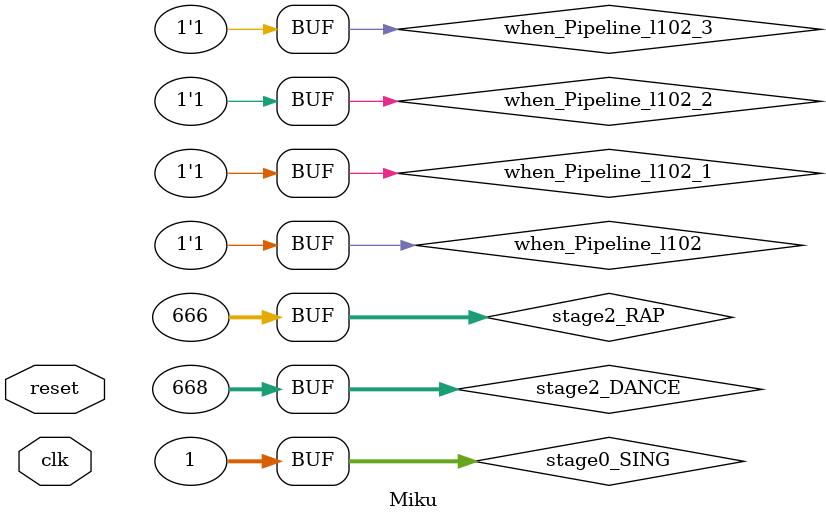
<source format=sv>

`timescale 1ns/1ps 
module Miku (
  input               clk,
  input               reset
);

  wire       [31:0]   stage3_DANCE;
  wire       [31:0]   stage2_DANCE;
  wire       [31:0]   stage0_SING;
  wire       [31:0]   stage3_RAP;
  wire       [31:0]   stage4_DANCE;
  wire       [31:0]   stage2_RAP;
  wire       [31:0]   stage1_SING;
  wire       [31:0]   stage1_SingPlugin_aha;
  wire       [31:0]   stage3_RapPlugin_rap;
  wire                when_Pipeline_l102;
  reg        [31:0]   stage0_to_stage1_SING_r;
  wire                when_Pipeline_l102_1;
  reg        [31:0]   stage2_to_stage3_DANCE_r;
  wire                when_Pipeline_l102_2;
  reg        [31:0]   stage3_to_stage4_DANCE_r;
  wire                when_Pipeline_l102_3;
  reg        [31:0]   stage2_to_stage3_RAP_r;

  assign stage3_DANCE = stage2_to_stage3_DANCE_r;
  assign stage2_DANCE = (32'h00000002 + stage2_RAP);
  assign stage0_SING = 32'h00000001;
  assign stage3_RAP = stage2_to_stage3_RAP_r;
  assign stage4_DANCE = stage3_to_stage4_DANCE_r;
  assign stage2_RAP = 32'h0000029a;
  assign stage1_SING = stage0_to_stage1_SING_r;
  assign stage1_SingPlugin_aha = (stage1_SING + 32'h00000001);
  assign stage3_RapPlugin_rap = (stage3_RAP + 32'h00000003);
  assign when_Pipeline_l102 = 1'b1;
  assign when_Pipeline_l102_1 = 1'b1;
  assign when_Pipeline_l102_2 = 1'b1;
  assign when_Pipeline_l102_3 = 1'b1;
  always @(posedge clk) begin
    if(when_Pipeline_l102) begin
      stage0_to_stage1_SING_r <= stage0_SING;
    end
    if(when_Pipeline_l102_1) begin
      stage2_to_stage3_DANCE_r <= stage2_DANCE;
    end
    if(when_Pipeline_l102_2) begin
      stage3_to_stage4_DANCE_r <= stage3_DANCE;
    end
    if(when_Pipeline_l102_3) begin
      stage2_to_stage3_RAP_r <= stage2_RAP;
    end
  end


endmodule

</source>
